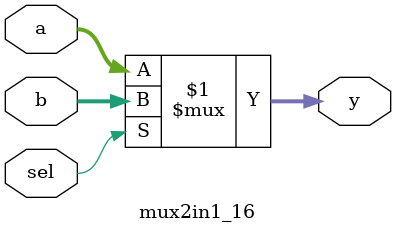
<source format=v>
module mux2in1_16 (

    input [15:0] a,
    input [15:0] b,
    input sel,
    output [15:0] y
);

assign y = (sel) ? b : a;

endmodule

</source>
